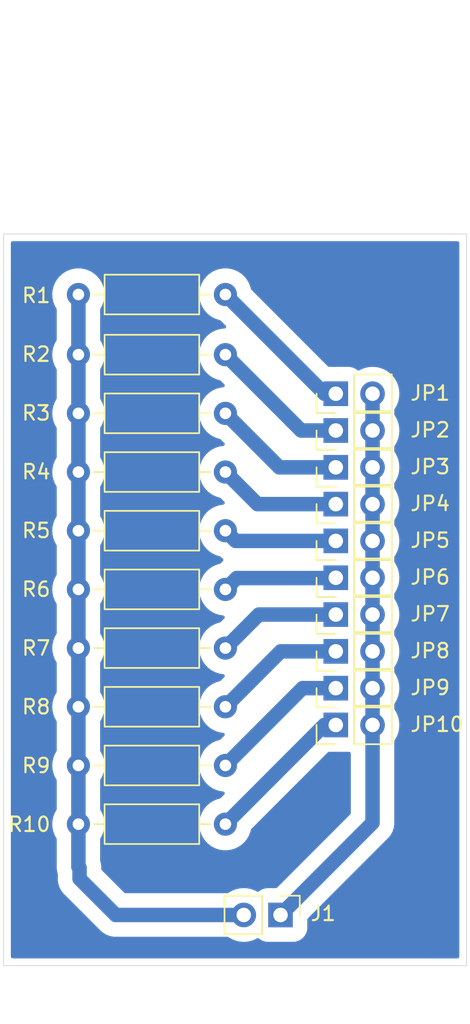
<source format=kicad_pcb>
(kicad_pcb (version 20240108) (generator "pcbnew") (generator_version "8.0")
  (layers (0 "F.Cu" signal) (31 "B.Cu" signal) (34 "B.Paste" user) (35 "F.Paste" user) (36 "B.SilkS" user "B.Silkscreen") (37 "F.SilkS" user "F.Silkscreen") (38 "B.Mask" user) (39 "F.Mask" user) (44 "Edge.Cuts" user))
  (net 0 "")
  (net 1 "Net-(JP1-A)")
  (net 2 "VCC")
  (net 3 "GND")
  (net 4 "Net-(JP2-A)")
  (net 5 "Net-(JP3-A)")
  (net 6 "Net-(JP4-A)")
  (net 7 "Net-(JP5-A)")
  (net 8 "Net-(JP6-A)")
  (net 9 "Net-(JP7-A)")
  (net 10 "Net-(JP8-A)")
  (net 11 "Net-(JP9-A)")
  (net 12 "Net-(JP10-A)")
  (footprint "Resistor_THT:R_Axial_DIN0207_L6.3mm_D2.5mm_P10.16mm_Horizontal" (layer "F.Cu") (at 63.67 53.181625)
    (property "Reference" "R9" (at -2.92 0.012815 0) (layer "F.SilkS"))
    (property "Value" "27")
    (fp_line (start 1.04 0) (end 1.81 0) (stroke (width 0.12)) (layer "F.SilkS"))
    (fp_line (start 1.81 -1.37) (end 1.81 1.37) (stroke (width 0.12)) (layer "F.SilkS"))
    (fp_line (start 1.81 1.37) (end 8.35 1.37) (stroke (width 0.12)) (layer "F.SilkS"))
    (fp_line (start 8.35 -1.37) (end 1.81 -1.37) (stroke (width 0.12)) (layer "F.SilkS"))
    (fp_line (start 8.35 1.37) (end 8.35 -1.37) (stroke (width 0.12)) (layer "F.SilkS"))
    (fp_line (start 9.12 0) (end 8.35 0) (stroke (width 0.12)) (layer "F.SilkS"))
    (pad "1" thru_hole circle (at 0 0) (size 1.6 1.6) (drill 0.8) (layers "*.Cu" "*.Mask") (net 3 "GND"))
    (pad "2" thru_hole oval (at 10.16 0) (size 1.6 1.6) (drill 0.8) (layers "*.Cu" "*.Mask") (net 11 "Net-(JP9-A)"))
  )
  (footprint "Resistor_THT:R_Axial_DIN0207_L6.3mm_D2.5mm_P10.16mm_Horizontal" (layer "F.Cu") (at 63.67 28.881625)
    (property "Reference" "R3" (at -2.92 -0.020515 0) (layer "F.SilkS"))
    (property "Value" "27")
    (fp_line (start 1.04 0) (end 1.81 0) (stroke (width 0.12)) (layer "F.SilkS"))
    (fp_line (start 1.81 -1.37) (end 1.81 1.37) (stroke (width 0.12)) (layer "F.SilkS"))
    (fp_line (start 1.81 1.37) (end 8.35 1.37) (stroke (width 0.12)) (layer "F.SilkS"))
    (fp_line (start 8.35 -1.37) (end 1.81 -1.37) (stroke (width 0.12)) (layer "F.SilkS"))
    (fp_line (start 8.35 1.37) (end 8.35 -1.37) (stroke (width 0.12)) (layer "F.SilkS"))
    (fp_line (start 9.12 0) (end 8.35 0) (stroke (width 0.12)) (layer "F.SilkS"))
    (pad "1" thru_hole circle (at 0 0) (size 1.6 1.6) (drill 0.8) (layers "*.Cu" "*.Mask") (net 3 "GND"))
    (pad "2" thru_hole oval (at 10.16 0) (size 1.6 1.6) (drill 0.8) (layers "*.Cu" "*.Mask") (net 5 "Net-(JP3-A)"))
  )
  (footprint "Connector_PinHeader_2.54mm:PinHeader_1x02_P2.54mm_Vertical" (layer "F.Cu") (at 81.46 45.306625 90)
    (property "Reference" "JP8" (at 0.04 6.52381 0) (layer "F.SilkS"))
    (property "Value" "Jumper_2_Open")
    (fp_line (start -1.33 -1.33) (end 0 -1.33) (stroke (width 0.12)) (layer "F.SilkS"))
    (fp_line (start -1.33 0) (end -1.33 -1.33) (stroke (width 0.12)) (layer "F.SilkS"))
    (fp_line (start 1.33 1.27) (end 1.33 3.87) (stroke (width 0.12)) (layer "F.SilkS"))
    (fp_line (start -1.33 1.27) (end 1.33 1.27) (stroke (width 0.12)) (layer "F.SilkS"))
    (fp_line (start -1.33 1.27) (end -1.33 3.87) (stroke (width 0.12)) (layer "F.SilkS"))
    (fp_line (start -1.33 3.87) (end 1.33 3.87) (stroke (width 0.12)) (layer "F.SilkS"))
    (pad "1" thru_hole rect (at 0 0 90) (size 1.7 1.7) (drill 1) (layers "*.Cu" "*.Mask") (net 10 "Net-(JP8-A)"))
    (pad "2" thru_hole oval (at 0 2.54 90) (size 1.7 1.7) (drill 1) (layers "*.Cu" "*.Mask") (net 2 "VCC"))
  )
  (footprint "Connector_PinHeader_2.54mm:PinHeader_1x02_P2.54mm_Vertical" (layer "F.Cu") (at 77.639762 63.5 -90)
    (property "Reference" "J1" (at -0.1 -2.95 0) (layer "F.SilkS"))
    (property "Value" "Conn_01x02_Socket")
    (fp_line (start -1.33 3.87) (end 1.33 3.87) (stroke (width 0.12)) (layer "F.SilkS"))
    (fp_line (start -1.33 1.27) (end -1.33 3.87) (stroke (width 0.12)) (layer "F.SilkS"))
    (fp_line (start -1.33 1.27) (end 1.33 1.27) (stroke (width 0.12)) (layer "F.SilkS"))
    (fp_line (start 1.33 1.27) (end 1.33 3.87) (stroke (width 0.12)) (layer "F.SilkS"))
    (fp_line (start -1.33 0) (end -1.33 -1.33) (stroke (width 0.12)) (layer "F.SilkS"))
    (fp_line (start -1.33 -1.33) (end 0 -1.33) (stroke (width 0.12)) (layer "F.SilkS"))
    (pad "1" thru_hole rect (at 0 0 270) (size 1.7 1.7) (drill 1) (layers "*.Cu" "*.Mask") (net 2 "VCC"))
    (pad "2" thru_hole oval (at 0 2.54 270) (size 1.7 1.7) (drill 1) (layers "*.Cu" "*.Mask") (net 3 "GND"))
  )
  (footprint "Resistor_THT:R_Axial_DIN0207_L6.3mm_D2.5mm_P10.16mm_Horizontal" (layer "F.Cu") (at 63.67 32.931625)
    (property "Reference" "R4" (at -2.92 -0.01496 0) (layer "F.SilkS"))
    (property "Value" "27")
    (fp_line (start 1.04 0) (end 1.81 0) (stroke (width 0.12)) (layer "F.SilkS"))
    (fp_line (start 1.81 -1.37) (end 1.81 1.37) (stroke (width 0.12)) (layer "F.SilkS"))
    (fp_line (start 1.81 1.37) (end 8.35 1.37) (stroke (width 0.12)) (layer "F.SilkS"))
    (fp_line (start 8.35 -1.37) (end 1.81 -1.37) (stroke (width 0.12)) (layer "F.SilkS"))
    (fp_line (start 8.35 1.37) (end 8.35 -1.37) (stroke (width 0.12)) (layer "F.SilkS"))
    (fp_line (start 9.12 0) (end 8.35 0) (stroke (width 0.12)) (layer "F.SilkS"))
    (pad "1" thru_hole circle (at 0 0) (size 1.6 1.6) (drill 0.8) (layers "*.Cu" "*.Mask") (net 3 "GND"))
    (pad "2" thru_hole oval (at 10.16 0) (size 1.6 1.6) (drill 0.8) (layers "*.Cu" "*.Mask") (net 6 "Net-(JP4-A)"))
  )
  (footprint "Connector_PinHeader_2.54mm:PinHeader_1x02_P2.54mm_Vertical" (layer "F.Cu") (at 81.46 42.766625 90)
    (property "Reference" "JP7" (at 0.04 6.52381 0) (layer "F.SilkS"))
    (property "Value" "Jumper_2_Open")
    (fp_line (start -1.33 -1.33) (end 0 -1.33) (stroke (width 0.12)) (layer "F.SilkS"))
    (fp_line (start -1.33 0) (end -1.33 -1.33) (stroke (width 0.12)) (layer "F.SilkS"))
    (fp_line (start 1.33 1.27) (end 1.33 3.87) (stroke (width 0.12)) (layer "F.SilkS"))
    (fp_line (start -1.33 1.27) (end 1.33 1.27) (stroke (width 0.12)) (layer "F.SilkS"))
    (fp_line (start -1.33 1.27) (end -1.33 3.87) (stroke (width 0.12)) (layer "F.SilkS"))
    (fp_line (start -1.33 3.87) (end 1.33 3.87) (stroke (width 0.12)) (layer "F.SilkS"))
    (pad "1" thru_hole rect (at 0 0 90) (size 1.7 1.7) (drill 1) (layers "*.Cu" "*.Mask") (net 9 "Net-(JP7-A)"))
    (pad "2" thru_hole oval (at 0 2.54 90) (size 1.7 1.7) (drill 1) (layers "*.Cu" "*.Mask") (net 2 "VCC"))
  )
  (footprint "Connector_PinHeader_2.54mm:PinHeader_1x02_P2.54mm_Vertical" (layer "F.Cu") (at 81.46 47.846625 90)
    (property "Reference" "JP9" (at 0.04 6.52381 0) (layer "F.SilkS"))
    (property "Value" "Jumper_2_Open")
    (fp_line (start -1.33 -1.33) (end 0 -1.33) (stroke (width 0.12)) (layer "F.SilkS"))
    (fp_line (start -1.33 0) (end -1.33 -1.33) (stroke (width 0.12)) (layer "F.SilkS"))
    (fp_line (start 1.33 1.27) (end 1.33 3.87) (stroke (width 0.12)) (layer "F.SilkS"))
    (fp_line (start -1.33 1.27) (end 1.33 1.27) (stroke (width 0.12)) (layer "F.SilkS"))
    (fp_line (start -1.33 1.27) (end -1.33 3.87) (stroke (width 0.12)) (layer "F.SilkS"))
    (fp_line (start -1.33 3.87) (end 1.33 3.87) (stroke (width 0.12)) (layer "F.SilkS"))
    (pad "1" thru_hole rect (at 0 0 90) (size 1.7 1.7) (drill 1) (layers "*.Cu" "*.Mask") (net 11 "Net-(JP9-A)"))
    (pad "2" thru_hole oval (at 0 2.54 90) (size 1.7 1.7) (drill 1) (layers "*.Cu" "*.Mask") (net 2 "VCC"))
  )
  (footprint "Resistor_THT:R_Axial_DIN0207_L6.3mm_D2.5mm_P10.16mm_Horizontal" (layer "F.Cu") (at 63.67 45.081625)
    (property "Reference" "R7" (at -2.92 0.001705 0) (layer "F.SilkS"))
    (property "Value" "27")
    (fp_line (start 1.04 0) (end 1.81 0) (stroke (width 0.12)) (layer "F.SilkS"))
    (fp_line (start 1.81 -1.37) (end 1.81 1.37) (stroke (width 0.12)) (layer "F.SilkS"))
    (fp_line (start 1.81 1.37) (end 8.35 1.37) (stroke (width 0.12)) (layer "F.SilkS"))
    (fp_line (start 8.35 -1.37) (end 1.81 -1.37) (stroke (width 0.12)) (layer "F.SilkS"))
    (fp_line (start 8.35 1.37) (end 8.35 -1.37) (stroke (width 0.12)) (layer "F.SilkS"))
    (fp_line (start 9.12 0) (end 8.35 0) (stroke (width 0.12)) (layer "F.SilkS"))
    (pad "1" thru_hole circle (at 0 0) (size 1.6 1.6) (drill 0.8) (layers "*.Cu" "*.Mask") (net 3 "GND"))
    (pad "2" thru_hole oval (at 10.16 0) (size 1.6 1.6) (drill 0.8) (layers "*.Cu" "*.Mask") (net 9 "Net-(JP7-A)"))
  )
  (footprint "Resistor_THT:R_Axial_DIN0207_L6.3mm_D2.5mm_P10.16mm_Horizontal" (layer "F.Cu") (at 63.67 49.131625)
    (property "Reference" "R8" (at -2.92 0.00726 0) (layer "F.SilkS"))
    (property "Value" "27")
    (fp_line (start 1.04 0) (end 1.81 0) (stroke (width 0.12)) (layer "F.SilkS"))
    (fp_line (start 1.81 -1.37) (end 1.81 1.37) (stroke (width 0.12)) (layer "F.SilkS"))
    (fp_line (start 1.81 1.37) (end 8.35 1.37) (stroke (width 0.12)) (layer "F.SilkS"))
    (fp_line (start 8.35 -1.37) (end 1.81 -1.37) (stroke (width 0.12)) (layer "F.SilkS"))
    (fp_line (start 8.35 1.37) (end 8.35 -1.37) (stroke (width 0.12)) (layer "F.SilkS"))
    (fp_line (start 9.12 0) (end 8.35 0) (stroke (width 0.12)) (layer "F.SilkS"))
    (pad "1" thru_hole circle (at 0 0) (size 1.6 1.6) (drill 0.8) (layers "*.Cu" "*.Mask") (net 3 "GND"))
    (pad "2" thru_hole oval (at 10.16 0) (size 1.6 1.6) (drill 0.8) (layers "*.Cu" "*.Mask") (net 10 "Net-(JP8-A)"))
  )
  (footprint "Resistor_THT:R_Axial_DIN0207_L6.3mm_D2.5mm_P10.16mm_Horizontal" (layer "F.Cu") (at 63.67 36.981625)
    (property "Reference" "R5" (at -2.92 -0.009405 0) (layer "F.SilkS"))
    (property "Value" "27")
    (fp_line (start 1.04 0) (end 1.81 0) (stroke (width 0.12)) (layer "F.SilkS"))
    (fp_line (start 1.81 -1.37) (end 1.81 1.37) (stroke (width 0.12)) (layer "F.SilkS"))
    (fp_line (start 1.81 1.37) (end 8.35 1.37) (stroke (width 0.12)) (layer "F.SilkS"))
    (fp_line (start 8.35 -1.37) (end 1.81 -1.37) (stroke (width 0.12)) (layer "F.SilkS"))
    (fp_line (start 8.35 1.37) (end 8.35 -1.37) (stroke (width 0.12)) (layer "F.SilkS"))
    (fp_line (start 9.12 0) (end 8.35 0) (stroke (width 0.12)) (layer "F.SilkS"))
    (pad "1" thru_hole circle (at 0 0) (size 1.6 1.6) (drill 0.8) (layers "*.Cu" "*.Mask") (net 3 "GND"))
    (pad "2" thru_hole oval (at 10.16 0) (size 1.6 1.6) (drill 0.8) (layers "*.Cu" "*.Mask") (net 7 "Net-(JP5-A)"))
  )
  (footprint "Connector_PinHeader_2.54mm:PinHeader_1x02_P2.54mm_Vertical" (layer "F.Cu") (at 81.46 37.686625 90)
    (property "Reference" "JP5" (at 0.04 6.52381 0) (layer "F.SilkS"))
    (property "Value" "Jumper_2_Open")
    (fp_line (start -1.33 -1.33) (end 0 -1.33) (stroke (width 0.12)) (layer "F.SilkS"))
    (fp_line (start -1.33 0) (end -1.33 -1.33) (stroke (width 0.12)) (layer "F.SilkS"))
    (fp_line (start 1.33 1.27) (end 1.33 3.87) (stroke (width 0.12)) (layer "F.SilkS"))
    (fp_line (start -1.33 1.27) (end 1.33 1.27) (stroke (width 0.12)) (layer "F.SilkS"))
    (fp_line (start -1.33 1.27) (end -1.33 3.87) (stroke (width 0.12)) (layer "F.SilkS"))
    (fp_line (start -1.33 3.87) (end 1.33 3.87) (stroke (width 0.12)) (layer "F.SilkS"))
    (pad "1" thru_hole rect (at 0 0 90) (size 1.7 1.7) (drill 1) (layers "*.Cu" "*.Mask") (net 7 "Net-(JP5-A)"))
    (pad "2" thru_hole oval (at 0 2.54 90) (size 1.7 1.7) (drill 1) (layers "*.Cu" "*.Mask") (net 2 "VCC"))
  )
  (footprint "Connector_PinHeader_2.54mm:PinHeader_1x02_P2.54mm_Vertical" (layer "F.Cu") (at 81.46 35.146625 90)
    (property "Reference" "JP4" (at 0.04 6.52381 0) (layer "F.SilkS"))
    (property "Value" "Jumper_2_Open")
    (fp_line (start -1.33 -1.33) (end 0 -1.33) (stroke (width 0.12)) (layer "F.SilkS"))
    (fp_line (start -1.33 0) (end -1.33 -1.33) (stroke (width 0.12)) (layer "F.SilkS"))
    (fp_line (start 1.33 1.27) (end 1.33 3.87) (stroke (width 0.12)) (layer "F.SilkS"))
    (fp_line (start -1.33 1.27) (end 1.33 1.27) (stroke (width 0.12)) (layer "F.SilkS"))
    (fp_line (start -1.33 1.27) (end -1.33 3.87) (stroke (width 0.12)) (layer "F.SilkS"))
    (fp_line (start -1.33 3.87) (end 1.33 3.87) (stroke (width 0.12)) (layer "F.SilkS"))
    (pad "1" thru_hole rect (at 0 0 90) (size 1.7 1.7) (drill 1) (layers "*.Cu" "*.Mask") (net 6 "Net-(JP4-A)"))
    (pad "2" thru_hole oval (at 0 2.54 90) (size 1.7 1.7) (drill 1) (layers "*.Cu" "*.Mask") (net 2 "VCC"))
  )
  (footprint "Connector_PinHeader_2.54mm:PinHeader_1x02_P2.54mm_Vertical" (layer "F.Cu") (at 81.46 32.606625 90)
    (property "Reference" "JP3" (at 0.04 6.52381 0) (layer "F.SilkS"))
    (property "Value" "Jumper_2_Open")
    (fp_line (start -1.33 -1.33) (end 0 -1.33) (stroke (width 0.12)) (layer "F.SilkS"))
    (fp_line (start -1.33 0) (end -1.33 -1.33) (stroke (width 0.12)) (layer "F.SilkS"))
    (fp_line (start 1.33 1.27) (end 1.33 3.87) (stroke (width 0.12)) (layer "F.SilkS"))
    (fp_line (start -1.33 1.27) (end 1.33 1.27) (stroke (width 0.12)) (layer "F.SilkS"))
    (fp_line (start -1.33 1.27) (end -1.33 3.87) (stroke (width 0.12)) (layer "F.SilkS"))
    (fp_line (start -1.33 3.87) (end 1.33 3.87) (stroke (width 0.12)) (layer "F.SilkS"))
    (pad "1" thru_hole rect (at 0 0 90) (size 1.7 1.7) (drill 1) (layers "*.Cu" "*.Mask") (net 5 "Net-(JP3-A)"))
    (pad "2" thru_hole oval (at 0 2.54 90) (size 1.7 1.7) (drill 1) (layers "*.Cu" "*.Mask") (net 2 "VCC"))
  )
  (footprint "Connector_PinHeader_2.54mm:PinHeader_1x02_P2.54mm_Vertical" (layer "F.Cu") (at 81.46 30.066625 90)
    (property "Reference" "JP2" (at 0.04 6.52381 0) (layer "F.SilkS"))
    (property "Value" "Jumper_2_Open")
    (fp_line (start -1.33 -1.33) (end 0 -1.33) (stroke (width 0.12)) (layer "F.SilkS"))
    (fp_line (start -1.33 0) (end -1.33 -1.33) (stroke (width 0.12)) (layer "F.SilkS"))
    (fp_line (start 1.33 1.27) (end 1.33 3.87) (stroke (width 0.12)) (layer "F.SilkS"))
    (fp_line (start -1.33 1.27) (end 1.33 1.27) (stroke (width 0.12)) (layer "F.SilkS"))
    (fp_line (start -1.33 1.27) (end -1.33 3.87) (stroke (width 0.12)) (layer "F.SilkS"))
    (fp_line (start -1.33 3.87) (end 1.33 3.87) (stroke (width 0.12)) (layer "F.SilkS"))
    (pad "1" thru_hole rect (at 0 0 90) (size 1.7 1.7) (drill 1) (layers "*.Cu" "*.Mask") (net 4 "Net-(JP2-A)"))
    (pad "2" thru_hole oval (at 0 2.54 90) (size 1.7 1.7) (drill 1) (layers "*.Cu" "*.Mask") (net 2 "VCC"))
  )
  (footprint "Connector_PinHeader_2.54mm:PinHeader_1x02_P2.54mm_Vertical" (layer "F.Cu") (at 81.46 27.526625 90)
    (property "Reference" "JP1" (at 0.04 6.52381 0) (layer "F.SilkS"))
    (property "Value" "Jumper_2_Open")
    (fp_line (start -1.33 -1.33) (end 0 -1.33) (stroke (width 0.12)) (layer "F.SilkS"))
    (fp_line (start -1.33 0) (end -1.33 -1.33) (stroke (width 0.12)) (layer "F.SilkS"))
    (fp_line (start 1.33 1.27) (end 1.33 3.87) (stroke (width 0.12)) (layer "F.SilkS"))
    (fp_line (start -1.33 1.27) (end 1.33 1.27) (stroke (width 0.12)) (layer "F.SilkS"))
    (fp_line (start -1.33 1.27) (end -1.33 3.87) (stroke (width 0.12)) (layer "F.SilkS"))
    (fp_line (start -1.33 3.87) (end 1.33 3.87) (stroke (width 0.12)) (layer "F.SilkS"))
    (pad "1" thru_hole rect (at 0 0 90) (size 1.7 1.7) (drill 1) (layers "*.Cu" "*.Mask") (net 1 "Net-(JP1-A)"))
    (pad "2" thru_hole oval (at 0 2.54 90) (size 1.7 1.7) (drill 1) (layers "*.Cu" "*.Mask") (net 2 "VCC"))
  )
  (footprint "Resistor_THT:R_Axial_DIN0207_L6.3mm_D2.5mm_P10.16mm_Horizontal" (layer "F.Cu") (at 63.67 24.831625)
    (property "Reference" "R2" (at -2.92 -0.02607 0) (layer "F.SilkS"))
    (property "Value" "27")
    (fp_line (start 1.04 0) (end 1.81 0) (stroke (width 0.12)) (layer "F.SilkS"))
    (fp_line (start 1.81 -1.37) (end 1.81 1.37) (stroke (width 0.12)) (layer "F.SilkS"))
    (fp_line (start 1.81 1.37) (end 8.35 1.37) (stroke (width 0.12)) (layer "F.SilkS"))
    (fp_line (start 8.35 -1.37) (end 1.81 -1.37) (stroke (width 0.12)) (layer "F.SilkS"))
    (fp_line (start 8.35 1.37) (end 8.35 -1.37) (stroke (width 0.12)) (layer "F.SilkS"))
    (fp_line (start 9.12 0) (end 8.35 0) (stroke (width 0.12)) (layer "F.SilkS"))
    (pad "1" thru_hole circle (at 0 0) (size 1.6 1.6) (drill 0.8) (layers "*.Cu" "*.Mask") (net 3 "GND"))
    (pad "2" thru_hole oval (at 10.16 0) (size 1.6 1.6) (drill 0.8) (layers "*.Cu" "*.Mask") (net 4 "Net-(JP2-A)"))
  )
  (footprint "Connector_PinHeader_2.54mm:PinHeader_1x02_P2.54mm_Vertical" (layer "F.Cu") (at 81.46 40.226625 90)
    (property "Reference" "JP6" (at 0.04 6.52381 0) (layer "F.SilkS"))
    (property "Value" "Jumper_2_Open")
    (fp_line (start -1.33 -1.33) (end 0 -1.33) (stroke (width 0.12)) (layer "F.SilkS"))
    (fp_line (start -1.33 0) (end -1.33 -1.33) (stroke (width 0.12)) (layer "F.SilkS"))
    (fp_line (start 1.33 1.27) (end 1.33 3.87) (stroke (width 0.12)) (layer "F.SilkS"))
    (fp_line (start -1.33 1.27) (end 1.33 1.27) (stroke (width 0.12)) (layer "F.SilkS"))
    (fp_line (start -1.33 1.27) (end -1.33 3.87) (stroke (width 0.12)) (layer "F.SilkS"))
    (fp_line (start -1.33 3.87) (end 1.33 3.87) (stroke (width 0.12)) (layer "F.SilkS"))
    (pad "1" thru_hole rect (at 0 0 90) (size 1.7 1.7) (drill 1) (layers "*.Cu" "*.Mask") (net 8 "Net-(JP6-A)"))
    (pad "2" thru_hole oval (at 0 2.54 90) (size 1.7 1.7) (drill 1) (layers "*.Cu" "*.Mask") (net 2 "VCC"))
  )
  (footprint "Connector_PinHeader_2.54mm:PinHeader_1x02_P2.54mm_Vertical" (layer "F.Cu") (at 81.46 50.386625 90)
    (property "Reference" "JP10" (at 0.04 7 0) (layer "F.SilkS"))
    (property "Value" "Jumper_2_Open")
    (fp_line (start -1.33 -1.33) (end 0 -1.33) (stroke (width 0.12)) (layer "F.SilkS"))
    (fp_line (start -1.33 0) (end -1.33 -1.33) (stroke (width 0.12)) (layer "F.SilkS"))
    (fp_line (start 1.33 1.27) (end 1.33 3.87) (stroke (width 0.12)) (layer "F.SilkS"))
    (fp_line (start -1.33 1.27) (end 1.33 1.27) (stroke (width 0.12)) (layer "F.SilkS"))
    (fp_line (start -1.33 1.27) (end -1.33 3.87) (stroke (width 0.12)) (layer "F.SilkS"))
    (fp_line (start -1.33 3.87) (end 1.33 3.87) (stroke (width 0.12)) (layer "F.SilkS"))
    (pad "1" thru_hole rect (at 0 0 90) (size 1.7 1.7) (drill 1) (layers "*.Cu" "*.Mask") (net 12 "Net-(JP10-A)"))
    (pad "2" thru_hole oval (at 0 2.54 90) (size 1.7 1.7) (drill 1) (layers "*.Cu" "*.Mask") (net 2 "VCC"))
  )
  (footprint "Resistor_THT:R_Axial_DIN0207_L6.3mm_D2.5mm_P10.16mm_Horizontal" (layer "F.Cu") (at 63.67 57.231625)
    (property "Reference" "R10" (at -3.39619 0.018375 0) (layer "F.SilkS"))
    (property "Value" "27")
    (fp_line (start 1.04 0) (end 1.81 0) (stroke (width 0.12)) (layer "F.SilkS"))
    (fp_line (start 1.81 -1.37) (end 1.81 1.37) (stroke (width 0.12)) (layer "F.SilkS"))
    (fp_line (start 1.81 1.37) (end 8.35 1.37) (stroke (width 0.12)) (layer "F.SilkS"))
    (fp_line (start 8.35 -1.37) (end 1.81 -1.37) (stroke (width 0.12)) (layer "F.SilkS"))
    (fp_line (start 8.35 1.37) (end 8.35 -1.37) (stroke (width 0.12)) (layer "F.SilkS"))
    (fp_line (start 9.12 0) (end 8.35 0) (stroke (width 0.12)) (layer "F.SilkS"))
    (pad "1" thru_hole circle (at 0 0) (size 1.6 1.6) (drill 0.8) (layers "*.Cu" "*.Mask") (net 3 "GND"))
    (pad "2" thru_hole oval (at 10.16 0) (size 1.6 1.6) (drill 0.8) (layers "*.Cu" "*.Mask") (net 12 "Net-(JP10-A)"))
  )
  (footprint "Resistor_THT:R_Axial_DIN0207_L6.3mm_D2.5mm_P10.16mm_Horizontal" (layer "F.Cu") (at 63.67 41.031625)
    (property "Reference" "R6" (at -2.92 -0.00385 0) (layer "F.SilkS"))
    (property "Value" "27")
    (fp_line (start 1.04 0) (end 1.81 0) (stroke (width 0.12)) (layer "F.SilkS"))
    (fp_line (start 1.81 -1.37) (end 1.81 1.37) (stroke (width 0.12)) (layer "F.SilkS"))
    (fp_line (start 1.81 1.37) (end 8.35 1.37) (stroke (width 0.12)) (layer "F.SilkS"))
    (fp_line (start 8.35 -1.37) (end 1.81 -1.37) (stroke (width 0.12)) (layer "F.SilkS"))
    (fp_line (start 8.35 1.37) (end 8.35 -1.37) (stroke (width 0.12)) (layer "F.SilkS"))
    (fp_line (start 9.12 0) (end 8.35 0) (stroke (width 0.12)) (layer "F.SilkS"))
    (pad "1" thru_hole circle (at 0 0) (size 1.6 1.6) (drill 0.8) (layers "*.Cu" "*.Mask") (net 3 "GND"))
    (pad "2" thru_hole oval (at 10.16 0) (size 1.6 1.6) (drill 0.8) (layers "*.Cu" "*.Mask") (net 8 "Net-(JP6-A)"))
  )
  (footprint "Resistor_THT:R_Axial_DIN0207_L6.3mm_D2.5mm_P10.16mm_Horizontal" (layer "F.Cu") (at 63.67 20.681625)
    (property "Reference" "R1" (at -2.92 0.068375 0) (layer "F.SilkS"))
    (property "Value" "27")
    (fp_line (start 1.04 0) (end 1.81 0) (stroke (width 0.12)) (layer "F.SilkS"))
    (fp_line (start 1.81 -1.37) (end 1.81 1.37) (stroke (width 0.12)) (layer "F.SilkS"))
    (fp_line (start 1.81 1.37) (end 8.35 1.37) (stroke (width 0.12)) (layer "F.SilkS"))
    (fp_line (start 8.35 -1.37) (end 1.81 -1.37) (stroke (width 0.12)) (layer "F.SilkS"))
    (fp_line (start 8.35 1.37) (end 8.35 -1.37) (stroke (width 0.12)) (layer "F.SilkS"))
    (fp_line (start 9.12 0) (end 8.35 0) (stroke (width 0.12)) (layer "F.SilkS"))
    (pad "1" thru_hole circle (at 0 0) (size 1.6 1.6) (drill 0.8) (layers "*.Cu" "*.Mask") (net 3 "GND"))
    (pad "2" thru_hole oval (at 10.16 0) (size 1.6 1.6) (drill 0.8) (layers "*.Cu" "*.Mask") (net 1 "Net-(JP1-A)"))
  )
  (gr_rect (start 58.5 16.5) (end 90.5 67) (stroke (width 0.05)) (fill none) (layer "Edge.Cuts"))
  (segment (start 80.675 27.526625) (end 81.46 27.526625) (width 1) (layer "B.Cu") (net 1))
  (segment (start 73.83 20.681625) (end 80.675 27.526625) (width 1) (layer "B.Cu") (net 1))
  (segment (start 84 57.139762) (end 77.639762 63.5) (width 1) (layer "B.Cu") (net 2))
  (segment (start 84 27.526625) (end 84 57.139762) (width 1) (layer "B.Cu") (net 2))
  (segment (start 75.099762 63.5) (end 66.25 63.5) (width 1) (layer "B.Cu") (net 3))
  (segment (start 63.67 60.17) (end 63.67 57.231625) (width 1) (layer "B.Cu") (net 3))
  (segment (start 63.67 20.681625) (end 63.67 57.231625) (width 1) (layer "B.Cu") (net 3))
  (segment (start 63.75 61) (end 63.75 60.25) (width 1) (layer "B.Cu") (net 3))
  (segment (start 63.75 60.25) (end 63.67 60.17) (width 1) (layer "B.Cu") (net 3))
  (segment (start 66.25 63.5) (end 63.75 61) (width 1) (layer "B.Cu") (net 3))
  (segment (start 73.83 24.831625) (end 79.065 30.066625) (width 1) (layer "B.Cu") (net 4))
  (segment (start 79.065 30.066625) (end 81.46 30.066625) (width 1) (layer "B.Cu") (net 4))
  (segment (start 77.555 32.606625) (end 81.46 32.606625) (width 1) (layer "B.Cu") (net 5))
  (segment (start 73.83 28.881625) (end 77.555 32.606625) (width 1) (layer "B.Cu") (net 5))
  (segment (start 73.83 32.931625) (end 76.045 35.146625) (width 1) (layer "B.Cu") (net 6))
  (segment (start 76.045 35.146625) (end 81.46 35.146625) (width 1) (layer "B.Cu") (net 6))
  (segment (start 73.83 36.981625) (end 74.535 37.686625) (width 1) (layer "B.Cu") (net 7))
  (segment (start 74.535 37.686625) (end 81.46 37.686625) (width 1) (layer "B.Cu") (net 7))
  (segment (start 73.83 41.031625) (end 74.611625 40.25) (width 1) (layer "B.Cu") (net 8))
  (segment (start 74.611625 40.25) (end 81.436625 40.25) (width 1) (layer "B.Cu") (net 8))
  (segment (start 81.436625 40.25) (end 81.46 40.226625) (width 1) (layer "B.Cu") (net 8))
  (segment (start 76.145 42.766625) (end 81.46 42.766625) (width 1) (layer "B.Cu") (net 9))
  (segment (start 73.83 45.081625) (end 76.145 42.766625) (width 1) (layer "B.Cu") (net 9))
  (segment (start 77.655 45.306625) (end 81.46 45.306625) (width 1) (layer "B.Cu") (net 10))
  (segment (start 73.83 49.131625) (end 77.655 45.306625) (width 1) (layer "B.Cu") (net 10))
  (segment (start 79.165 47.846625) (end 81.46 47.846625) (width 1) (layer "B.Cu") (net 11))
  (segment (start 73.83 53.181625) (end 79.165 47.846625) (width 1) (layer "B.Cu") (net 11))
  (segment (start 80.675 50.386625) (end 81.46 50.386625) (width 1) (layer "B.Cu") (net 12))
  (segment (start 73.83 57.231625) (end 80.675 50.386625) (width 1) (layer "B.Cu") (net 12))
  (zone (net 0) (net_name "") (layer "B.Cu") (connect_pads yes (clearance 1)) (min_thickness 0.25) (fill yes (thermal_gap 0.5) (thermal_bridge_width 0.5) (island_removal_mode 1) (island_area_min 10))
    (polygon (pts (xy 58.25 16.5) (xy 90.75 16.5) (xy 90.75 67) (xy 58.25 67)))
  )
)
</source>
